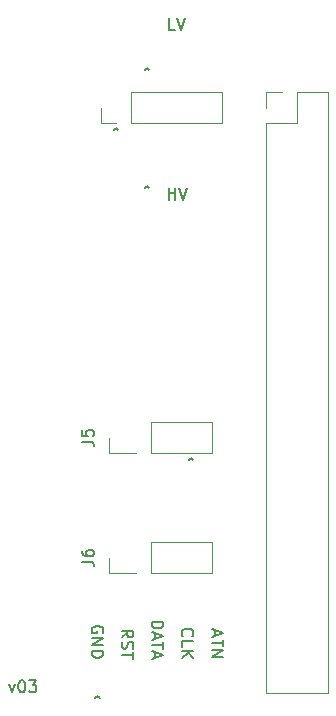
<source format=gbr>
%TF.GenerationSoftware,KiCad,Pcbnew,7.0.9-7.0.9~ubuntu22.04.1*%
%TF.CreationDate,2023-11-26T13:18:20+11:00*%
%TF.ProjectId,pi1541,70693135-3431-42e6-9b69-6361645f7063,v03*%
%TF.SameCoordinates,Original*%
%TF.FileFunction,Legend,Top*%
%TF.FilePolarity,Positive*%
%FSLAX46Y46*%
G04 Gerber Fmt 4.6, Leading zero omitted, Abs format (unit mm)*
G04 Created by KiCad (PCBNEW 7.0.9-7.0.9~ubuntu22.04.1) date 2023-11-26 13:18:20*
%MOMM*%
%LPD*%
G01*
G04 APERTURE LIST*
%ADD10C,0.150000*%
%ADD11C,0.120000*%
G04 APERTURE END LIST*
D10*
X115627379Y-76171419D02*
X115627379Y-75171419D01*
X115627379Y-75647609D02*
X116198807Y-75647609D01*
X116198807Y-76171419D02*
X116198807Y-75171419D01*
X116532141Y-75171419D02*
X116865474Y-76171419D01*
X116865474Y-76171419D02*
X117198807Y-75171419D01*
X102095541Y-117211552D02*
X102333636Y-117878219D01*
X102333636Y-117878219D02*
X102571731Y-117211552D01*
X103143160Y-116878219D02*
X103238398Y-116878219D01*
X103238398Y-116878219D02*
X103333636Y-116925838D01*
X103333636Y-116925838D02*
X103381255Y-116973457D01*
X103381255Y-116973457D02*
X103428874Y-117068695D01*
X103428874Y-117068695D02*
X103476493Y-117259171D01*
X103476493Y-117259171D02*
X103476493Y-117497266D01*
X103476493Y-117497266D02*
X103428874Y-117687742D01*
X103428874Y-117687742D02*
X103381255Y-117782980D01*
X103381255Y-117782980D02*
X103333636Y-117830600D01*
X103333636Y-117830600D02*
X103238398Y-117878219D01*
X103238398Y-117878219D02*
X103143160Y-117878219D01*
X103143160Y-117878219D02*
X103047922Y-117830600D01*
X103047922Y-117830600D02*
X103000303Y-117782980D01*
X103000303Y-117782980D02*
X102952684Y-117687742D01*
X102952684Y-117687742D02*
X102905065Y-117497266D01*
X102905065Y-117497266D02*
X102905065Y-117259171D01*
X102905065Y-117259171D02*
X102952684Y-117068695D01*
X102952684Y-117068695D02*
X103000303Y-116973457D01*
X103000303Y-116973457D02*
X103047922Y-116925838D01*
X103047922Y-116925838D02*
X103143160Y-116878219D01*
X103809827Y-116878219D02*
X104428874Y-116878219D01*
X104428874Y-116878219D02*
X104095541Y-117259171D01*
X104095541Y-117259171D02*
X104238398Y-117259171D01*
X104238398Y-117259171D02*
X104333636Y-117306790D01*
X104333636Y-117306790D02*
X104381255Y-117354409D01*
X104381255Y-117354409D02*
X104428874Y-117449647D01*
X104428874Y-117449647D02*
X104428874Y-117687742D01*
X104428874Y-117687742D02*
X104381255Y-117782980D01*
X104381255Y-117782980D02*
X104333636Y-117830600D01*
X104333636Y-117830600D02*
X104238398Y-117878219D01*
X104238398Y-117878219D02*
X103952684Y-117878219D01*
X103952684Y-117878219D02*
X103857446Y-117830600D01*
X103857446Y-117830600D02*
X103809827Y-117782980D01*
X110048561Y-112849236D02*
X110096180Y-112753998D01*
X110096180Y-112753998D02*
X110096180Y-112611141D01*
X110096180Y-112611141D02*
X110048561Y-112468284D01*
X110048561Y-112468284D02*
X109953323Y-112373046D01*
X109953323Y-112373046D02*
X109858085Y-112325427D01*
X109858085Y-112325427D02*
X109667609Y-112277808D01*
X109667609Y-112277808D02*
X109524752Y-112277808D01*
X109524752Y-112277808D02*
X109334276Y-112325427D01*
X109334276Y-112325427D02*
X109239038Y-112373046D01*
X109239038Y-112373046D02*
X109143800Y-112468284D01*
X109143800Y-112468284D02*
X109096180Y-112611141D01*
X109096180Y-112611141D02*
X109096180Y-112706379D01*
X109096180Y-112706379D02*
X109143800Y-112849236D01*
X109143800Y-112849236D02*
X109191419Y-112896855D01*
X109191419Y-112896855D02*
X109524752Y-112896855D01*
X109524752Y-112896855D02*
X109524752Y-112706379D01*
X109096180Y-113325427D02*
X110096180Y-113325427D01*
X110096180Y-113325427D02*
X109096180Y-113896855D01*
X109096180Y-113896855D02*
X110096180Y-113896855D01*
X109096180Y-114373046D02*
X110096180Y-114373046D01*
X110096180Y-114373046D02*
X110096180Y-114611141D01*
X110096180Y-114611141D02*
X110048561Y-114753998D01*
X110048561Y-114753998D02*
X109953323Y-114849236D01*
X109953323Y-114849236D02*
X109858085Y-114896855D01*
X109858085Y-114896855D02*
X109667609Y-114944474D01*
X109667609Y-114944474D02*
X109524752Y-114944474D01*
X109524752Y-114944474D02*
X109334276Y-114896855D01*
X109334276Y-114896855D02*
X109239038Y-114849236D01*
X109239038Y-114849236D02*
X109143800Y-114753998D01*
X109143800Y-114753998D02*
X109096180Y-114611141D01*
X109096180Y-114611141D02*
X109096180Y-114373046D01*
X113579522Y-65157457D02*
X113769998Y-65014600D01*
X113769998Y-65014600D02*
X113960474Y-65157457D01*
X109388522Y-118370457D02*
X109578998Y-118227600D01*
X109578998Y-118227600D02*
X109769474Y-118370457D01*
X111636180Y-113230188D02*
X112112371Y-112896855D01*
X111636180Y-112658760D02*
X112636180Y-112658760D01*
X112636180Y-112658760D02*
X112636180Y-113039712D01*
X112636180Y-113039712D02*
X112588561Y-113134950D01*
X112588561Y-113134950D02*
X112540942Y-113182569D01*
X112540942Y-113182569D02*
X112445704Y-113230188D01*
X112445704Y-113230188D02*
X112302847Y-113230188D01*
X112302847Y-113230188D02*
X112207609Y-113182569D01*
X112207609Y-113182569D02*
X112159990Y-113134950D01*
X112159990Y-113134950D02*
X112112371Y-113039712D01*
X112112371Y-113039712D02*
X112112371Y-112658760D01*
X111683800Y-113611141D02*
X111636180Y-113753998D01*
X111636180Y-113753998D02*
X111636180Y-113992093D01*
X111636180Y-113992093D02*
X111683800Y-114087331D01*
X111683800Y-114087331D02*
X111731419Y-114134950D01*
X111731419Y-114134950D02*
X111826657Y-114182569D01*
X111826657Y-114182569D02*
X111921895Y-114182569D01*
X111921895Y-114182569D02*
X112017133Y-114134950D01*
X112017133Y-114134950D02*
X112064752Y-114087331D01*
X112064752Y-114087331D02*
X112112371Y-113992093D01*
X112112371Y-113992093D02*
X112159990Y-113801617D01*
X112159990Y-113801617D02*
X112207609Y-113706379D01*
X112207609Y-113706379D02*
X112255228Y-113658760D01*
X112255228Y-113658760D02*
X112350466Y-113611141D01*
X112350466Y-113611141D02*
X112445704Y-113611141D01*
X112445704Y-113611141D02*
X112540942Y-113658760D01*
X112540942Y-113658760D02*
X112588561Y-113706379D01*
X112588561Y-113706379D02*
X112636180Y-113801617D01*
X112636180Y-113801617D02*
X112636180Y-114039712D01*
X112636180Y-114039712D02*
X112588561Y-114182569D01*
X112636180Y-114468284D02*
X112636180Y-115039712D01*
X111636180Y-114753998D02*
X112636180Y-114753998D01*
X113579522Y-75190457D02*
X113769998Y-75047600D01*
X113769998Y-75047600D02*
X113960474Y-75190457D01*
X117338208Y-98202857D02*
X117528684Y-98060000D01*
X117528684Y-98060000D02*
X117719160Y-98202857D01*
X119541895Y-112658760D02*
X119541895Y-113134950D01*
X119256180Y-112563522D02*
X120256180Y-112896855D01*
X120256180Y-112896855D02*
X119256180Y-113230188D01*
X120256180Y-113420665D02*
X120256180Y-113992093D01*
X119256180Y-113706379D02*
X120256180Y-113706379D01*
X119256180Y-114325427D02*
X120256180Y-114325427D01*
X120256180Y-114325427D02*
X119256180Y-114896855D01*
X119256180Y-114896855D02*
X120256180Y-114896855D01*
X110983208Y-70237457D02*
X111173684Y-70094600D01*
X111173684Y-70094600D02*
X111364160Y-70237457D01*
X116128969Y-61795019D02*
X115652779Y-61795019D01*
X115652779Y-61795019D02*
X115652779Y-60795019D01*
X116319446Y-60795019D02*
X116652779Y-61795019D01*
X116652779Y-61795019D02*
X116986112Y-60795019D01*
X114176180Y-111896855D02*
X115176180Y-111896855D01*
X115176180Y-111896855D02*
X115176180Y-112134950D01*
X115176180Y-112134950D02*
X115128561Y-112277807D01*
X115128561Y-112277807D02*
X115033323Y-112373045D01*
X115033323Y-112373045D02*
X114938085Y-112420664D01*
X114938085Y-112420664D02*
X114747609Y-112468283D01*
X114747609Y-112468283D02*
X114604752Y-112468283D01*
X114604752Y-112468283D02*
X114414276Y-112420664D01*
X114414276Y-112420664D02*
X114319038Y-112373045D01*
X114319038Y-112373045D02*
X114223800Y-112277807D01*
X114223800Y-112277807D02*
X114176180Y-112134950D01*
X114176180Y-112134950D02*
X114176180Y-111896855D01*
X114461895Y-112849236D02*
X114461895Y-113325426D01*
X114176180Y-112753998D02*
X115176180Y-113087331D01*
X115176180Y-113087331D02*
X114176180Y-113420664D01*
X115176180Y-113611141D02*
X115176180Y-114182569D01*
X114176180Y-113896855D02*
X115176180Y-113896855D01*
X114461895Y-114468284D02*
X114461895Y-114944474D01*
X114176180Y-114373046D02*
X115176180Y-114706379D01*
X115176180Y-114706379D02*
X114176180Y-115039712D01*
X116811419Y-113134950D02*
X116763800Y-113087331D01*
X116763800Y-113087331D02*
X116716180Y-112944474D01*
X116716180Y-112944474D02*
X116716180Y-112849236D01*
X116716180Y-112849236D02*
X116763800Y-112706379D01*
X116763800Y-112706379D02*
X116859038Y-112611141D01*
X116859038Y-112611141D02*
X116954276Y-112563522D01*
X116954276Y-112563522D02*
X117144752Y-112515903D01*
X117144752Y-112515903D02*
X117287609Y-112515903D01*
X117287609Y-112515903D02*
X117478085Y-112563522D01*
X117478085Y-112563522D02*
X117573323Y-112611141D01*
X117573323Y-112611141D02*
X117668561Y-112706379D01*
X117668561Y-112706379D02*
X117716180Y-112849236D01*
X117716180Y-112849236D02*
X117716180Y-112944474D01*
X117716180Y-112944474D02*
X117668561Y-113087331D01*
X117668561Y-113087331D02*
X117620942Y-113134950D01*
X116716180Y-114039712D02*
X116716180Y-113563522D01*
X116716180Y-113563522D02*
X117716180Y-113563522D01*
X116716180Y-114373046D02*
X117716180Y-114373046D01*
X116716180Y-114944474D02*
X117287609Y-114515903D01*
X117716180Y-114944474D02*
X117144752Y-114373046D01*
X108282819Y-106808333D02*
X108997104Y-106808333D01*
X108997104Y-106808333D02*
X109139961Y-106855952D01*
X109139961Y-106855952D02*
X109235200Y-106951190D01*
X109235200Y-106951190D02*
X109282819Y-107094047D01*
X109282819Y-107094047D02*
X109282819Y-107189285D01*
X108282819Y-105903571D02*
X108282819Y-106094047D01*
X108282819Y-106094047D02*
X108330438Y-106189285D01*
X108330438Y-106189285D02*
X108378057Y-106236904D01*
X108378057Y-106236904D02*
X108520914Y-106332142D01*
X108520914Y-106332142D02*
X108711390Y-106379761D01*
X108711390Y-106379761D02*
X109092342Y-106379761D01*
X109092342Y-106379761D02*
X109187580Y-106332142D01*
X109187580Y-106332142D02*
X109235200Y-106284523D01*
X109235200Y-106284523D02*
X109282819Y-106189285D01*
X109282819Y-106189285D02*
X109282819Y-105998809D01*
X109282819Y-105998809D02*
X109235200Y-105903571D01*
X109235200Y-105903571D02*
X109187580Y-105855952D01*
X109187580Y-105855952D02*
X109092342Y-105808333D01*
X109092342Y-105808333D02*
X108854247Y-105808333D01*
X108854247Y-105808333D02*
X108759009Y-105855952D01*
X108759009Y-105855952D02*
X108711390Y-105903571D01*
X108711390Y-105903571D02*
X108663771Y-105998809D01*
X108663771Y-105998809D02*
X108663771Y-106189285D01*
X108663771Y-106189285D02*
X108711390Y-106284523D01*
X108711390Y-106284523D02*
X108759009Y-106332142D01*
X108759009Y-106332142D02*
X108854247Y-106379761D01*
X108282819Y-96648333D02*
X108997104Y-96648333D01*
X108997104Y-96648333D02*
X109139961Y-96695952D01*
X109139961Y-96695952D02*
X109235200Y-96791190D01*
X109235200Y-96791190D02*
X109282819Y-96934047D01*
X109282819Y-96934047D02*
X109282819Y-97029285D01*
X108282819Y-95695952D02*
X108282819Y-96172142D01*
X108282819Y-96172142D02*
X108759009Y-96219761D01*
X108759009Y-96219761D02*
X108711390Y-96172142D01*
X108711390Y-96172142D02*
X108663771Y-96076904D01*
X108663771Y-96076904D02*
X108663771Y-95838809D01*
X108663771Y-95838809D02*
X108711390Y-95743571D01*
X108711390Y-95743571D02*
X108759009Y-95695952D01*
X108759009Y-95695952D02*
X108854247Y-95648333D01*
X108854247Y-95648333D02*
X109092342Y-95648333D01*
X109092342Y-95648333D02*
X109187580Y-95695952D01*
X109187580Y-95695952D02*
X109235200Y-95743571D01*
X109235200Y-95743571D02*
X109282819Y-95838809D01*
X109282819Y-95838809D02*
X109282819Y-96076904D01*
X109282819Y-96076904D02*
X109235200Y-96172142D01*
X109235200Y-96172142D02*
X109187580Y-96219761D01*
D11*
%TO.C,J6*%
X110606000Y-107805000D02*
X110606000Y-106475000D01*
X112892000Y-107805000D02*
X110606000Y-107805000D01*
X114162000Y-107805000D02*
X119302000Y-107805000D01*
X114162000Y-107805000D02*
X114162000Y-105145000D01*
X119302000Y-107805000D02*
X119302000Y-105145000D01*
X114162000Y-105145000D02*
X119302000Y-105145000D01*
%TO.C,J1*%
X123895000Y-67045000D02*
X125225000Y-67045000D01*
X123895000Y-68375000D02*
X123895000Y-67045000D01*
X123895000Y-69645000D02*
X123895000Y-117965000D01*
X123895000Y-69645000D02*
X126495000Y-69645000D01*
X123895000Y-117965000D02*
X129095000Y-117965000D01*
X126495000Y-67045000D02*
X129095000Y-67045000D01*
X126495000Y-69645000D02*
X126495000Y-67045000D01*
X129095000Y-67045000D02*
X129095000Y-117965000D01*
%TO.C,J7*%
X109870000Y-69705000D02*
X109870000Y-68375000D01*
X111200000Y-69705000D02*
X109870000Y-69705000D01*
X112470000Y-69705000D02*
X120150000Y-69705000D01*
X112470000Y-69705000D02*
X112470000Y-67045000D01*
X120150000Y-69705000D02*
X120150000Y-67045000D01*
X112470000Y-67045000D02*
X120150000Y-67045000D01*
%TO.C,J5*%
X110606000Y-97645000D02*
X110606000Y-96315000D01*
X112892000Y-97645000D02*
X110606000Y-97645000D01*
X114162000Y-97645000D02*
X119302000Y-97645000D01*
X114162000Y-97645000D02*
X114162000Y-94985000D01*
X119302000Y-97645000D02*
X119302000Y-94985000D01*
X114162000Y-94985000D02*
X119302000Y-94985000D01*
%TD*%
M02*

</source>
